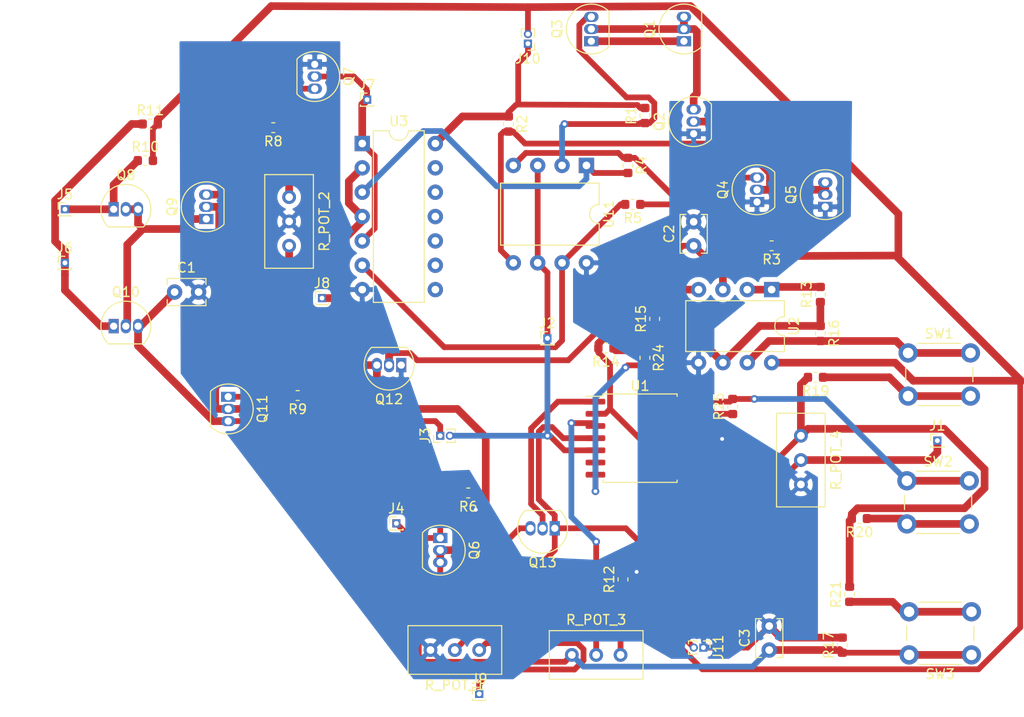
<source format=kicad_pcb>
(kicad_pcb (version 20171130) (host pcbnew "(5.1.5)-3")
  (layers (0 F.Cu signal) (31 B.Cu signal) (34 B.Paste user) (35 F.Paste user) (36 B.SilkS user) (37 F.SilkS user) (38 B.Mask user) (39 F.Mask user) (44 Edge.Cuts user))
  (net 0 "")
  (net 1 GND)
  (net 2 "Net-(C1-Pad1)")
  (net 3 "Net-(C2-Pad1)")
  (net 4 "Net-(C3-Pad1)")
  (net 5 +15V)
  (net 6 +5V)
  (net 7 -5V)
  (net 8 Vout)
  (net 9 "Net-(J2-Pad1)")
  (net 10 "Net-(J4-Pad1)")
  (net 11 "Net-(J5-Pad1)")
  (net 12 "Net-(J6-Pad1)")
  (net 13 "Net-(J7-Pad1)")
  (net 14 "Net-(J9-Pad1)")
  (net 15 "Net-(Q1-Pad2)")
  (net 16 "Net-(Q1-Pad1)")
  (net 17 "Net-(Q2-Pad2)")
  (net 18 "Net-(Q3-Pad3)")
  (net 19 "Net-(Q4-Pad3)")
  (net 20 "Net-(Q7-Pad3)")
  (net 21 "Net-(Q10-Pad2)")
  (net 22 "Net-(Q9-Pad3)")
  (net 23 "Net-(Q11-Pad1)")
  (net 24 "Net-(Q12-Pad3)")
  (net 25 "Net-(Q13-Pad2)")
  (net 26 "Net-(R4-Pad2)")
  (net 27 "Net-(R5-Pad2)")
  (net 28 "Net-(R12-Pad1)")
  (net 29 "Net-(R13-Pad1)")
  (net 30 "Net-(R13-Pad2)")
  (net 31 "Net-(R14-Pad1)")
  (net 32 "Net-(R16-Pad2)")
  (net 33 "Net-(R19-Pad1)")
  (net 34 "Net-(R19-Pad2)")
  (net 35 "Net-(R20-Pad1)")
  (net 36 "Net-(R21-Pad1)")
  (net 37 "Net-(R24-Pad2)")
  (net 38 "Net-(R25-Pad2)")
  (net 39 "Net-(R_POT_3-Pad2)")
  (module Resistor_SMD:R_0603_1608Metric (layer F.Cu) (at 236.474 112.522 90)
    (fp_text reference R12 (at 0 -1.43 90) (layer F.SilkS))
    (fp_text value 100K)
    (pad 1 smd roundrect (at -0.7875 0 90) (size 0.875 0.95) (layers F.Cu F.Paste F.Mask) (net 28 "Net-(R12-Pad1)"))
    (pad 2 smd roundrect (at 0.7875 0 90) (size 0.875 0.95) (layers F.Cu F.Paste F.Mask) (net 1 GND))
  )
  (module Package_TO_SOT_THT:TO-92_Inline (layer F.Cu) (at 183.388 73.914)
    (fp_text reference Q8 (at 1.27 -3.56) (layer F.SilkS))
    (fp_text value 2N3906)
    (pad 2 thru_hole oval (at 1.27 0) (size 1.05 1.5) (drill 0.75) (layers *.Cu *.Mask) (net 21 "Net-(Q10-Pad2)"))
    (pad 3 thru_hole oval (at 2.54 0) (size 1.05 1.5) (drill 0.75) (layers *.Cu *.Mask) (net 21 "Net-(Q10-Pad2)"))
    (pad 1 thru_hole rect (at 0 0) (size 1.05 1.5) (drill 0.75) (layers *.Cu *.Mask) (net 11 "Net-(J5-Pad1)"))
  )
  (module Package_DIP:DIP-8_W10.16mm (layer F.Cu) (at 232.664 69.342 270)
    (fp_text reference U11 (at 5.08 -2.33 90) (layer F.SilkS))
    (fp_text value LM393)
    (pad 1 thru_hole rect (at 0 0 270) (size 1.6 1.6) (drill 0.8) (layers *.Cu *.Mask) (net 26 "Net-(R4-Pad2)"))
    (pad 5 thru_hole oval (at 10.16 7.62 270) (size 1.6 1.6) (drill 0.8) (layers *.Cu *.Mask) (net 19 "Net-(Q4-Pad3)"))
    (pad 2 thru_hole oval (at 0 2.54 270) (size 1.6 1.6) (drill 0.8) (layers *.Cu *.Mask) (net 18 "Net-(Q3-Pad3)"))
    (pad 6 thru_hole oval (at 10.16 5.08 270) (size 1.6 1.6) (drill 0.8) (layers *.Cu *.Mask) (net 9 "Net-(J2-Pad1)"))
    (pad 3 thru_hole oval (at 0 5.08 270) (size 1.6 1.6) (drill 0.8) (layers *.Cu *.Mask) (net 9 "Net-(J2-Pad1)"))
    (pad 7 thru_hole oval (at 10.16 2.54 270) (size 1.6 1.6) (drill 0.8) (layers *.Cu *.Mask) (net 27 "Net-(R5-Pad2)"))
    (pad 4 thru_hole oval (at 0 7.62 270) (size 1.6 1.6) (drill 0.8) (layers *.Cu *.Mask) (net 5 +15V))
    (pad 8 thru_hole oval (at 10.16 0 270) (size 1.6 1.6) (drill 0.8) (layers *.Cu *.Mask) (net 1 GND))
  )
  (module Connector_PinHeader_1.00mm:PinHeader_1x01_P1.00mm_Vertical (layer F.Cu) (at 178.308 73.914)
    (fp_text reference J5 (at 0 -1.56) (layer F.SilkS))
    (fp_text value Conn_01x01_Male)
    (pad 1 thru_hole rect (at 0 0) (size 0.85 0.85) (drill 0.5) (layers *.Cu *.Mask) (net 11 "Net-(J5-Pad1)"))
  )
  (module Package_TO_SOT_THT:TO-92_Inline (layer F.Cu) (at 193.04 74.93 90)
    (fp_text reference Q9 (at 1.27 -3.56 90) (layer F.SilkS))
    (fp_text value 2N3906)
    (pad 1 thru_hole rect (at 0 0 90) (size 1.05 1.5) (drill 0.75) (layers *.Cu *.Mask) (net 21 "Net-(Q10-Pad2)"))
    (pad 3 thru_hole oval (at 2.54 0 90) (size 1.05 1.5) (drill 0.75) (layers *.Cu *.Mask) (net 22 "Net-(Q9-Pad3)"))
    (pad 2 thru_hole oval (at 1.27 0 90) (size 1.05 1.5) (drill 0.75) (layers *.Cu *.Mask) (net 14 "Net-(J9-Pad1)"))
  )
  (module Resistor_SMD:R_0603_1608Metric (layer F.Cu) (at 238.76 64.135 90)
    (fp_text reference R1 (at 0 -1.43 90) (layer F.SilkS))
    (fp_text value 500)
    (pad 1 smd roundrect (at -0.7875 0 90) (size 0.875 0.95) (layers F.Cu F.Paste F.Mask) (net 18 "Net-(Q3-Pad3)"))
    (pad 2 smd roundrect (at 0.7875 0 90) (size 0.875 0.95) (layers F.Cu F.Paste F.Mask) (net 6 +5V))
  )
  (module Resistor_SMD:R_0603_1608Metric (layer F.Cu) (at 202.565 93.345 180)
    (fp_text reference R9 (at 0 -1.43) (layer F.SilkS))
    (fp_text value 10k)
    (pad 2 smd roundrect (at 0.7875 0 180) (size 0.875 0.95) (layers F.Cu F.Paste F.Mask) (net 23 "Net-(Q11-Pad1)"))
    (pad 1 smd roundrect (at -0.7875 0 180) (size 0.875 0.95) (layers F.Cu F.Paste F.Mask) (net 24 "Net-(Q12-Pad3)"))
  )
  (module Resistor_SMD:R_0603_1608Metric (layer F.Cu) (at 237.49 73.406 180)
    (fp_text reference R5 (at 0 -1.43) (layer F.SilkS))
    (fp_text value 3K)
    (pad 1 smd roundrect (at -0.7875 0 180) (size 0.875 0.95) (layers F.Cu F.Paste F.Mask) (net 5 +15V))
    (pad 2 smd roundrect (at 0.7875 0 180) (size 0.875 0.95) (layers F.Cu F.Paste F.Mask) (net 27 "Net-(R5-Pad2)"))
  )
  (module Capacitor_THT:C_Disc_D3.8mm_W2.6mm_P2.50mm (layer F.Cu) (at 189.738 82.55)
    (fp_text reference C1 (at 1.25 -2.55) (layer F.SilkS))
    (fp_text value 200n)
    (pad 2 thru_hole circle (at 2.5 0) (size 1.6 1.6) (drill 0.8) (layers *.Cu *.Mask) (net 1 GND))
    (pad 1 thru_hole circle (at 0 0) (size 1.6 1.6) (drill 0.8) (layers *.Cu *.Mask) (net 2 "Net-(C1-Pad1)"))
  )
  (module Capacitor_THT:C_Disc_D3.8mm_W2.6mm_P2.50mm (layer F.Cu) (at 243.84 77.724 90)
    (fp_text reference C2 (at 1.25 -2.55 90) (layer F.SilkS))
    (fp_text value 0.1u)
    (pad 1 thru_hole circle (at 0 0 90) (size 1.6 1.6) (drill 0.8) (layers *.Cu *.Mask) (net 3 "Net-(C2-Pad1)"))
    (pad 2 thru_hole circle (at 2.5 0 90) (size 1.6 1.6) (drill 0.8) (layers *.Cu *.Mask) (net 1 GND))
  )
  (module Capacitor_THT:C_Disc_D3.8mm_W2.6mm_P2.50mm (layer F.Cu) (at 251.714 119.888 90)
    (fp_text reference C3 (at 1.25 -2.55 90) (layer F.SilkS))
    (fp_text value 0.01u)
    (pad 1 thru_hole circle (at 0 0 90) (size 1.6 1.6) (drill 0.8) (layers *.Cu *.Mask) (net 4 "Net-(C3-Pad1)"))
    (pad 2 thru_hole circle (at 2.5 0 90) (size 1.6 1.6) (drill 0.8) (layers *.Cu *.Mask) (net 1 GND))
  )
  (module Connector_PinHeader_1.00mm:PinHeader_1x01_P1.00mm_Vertical (layer F.Cu) (at 269.24 98.044)
    (fp_text reference J1 (at 0 -1.56) (layer F.SilkS))
    (fp_text value Conn_01x01_Male)
    (pad 1 thru_hole rect (at 0 0) (size 0.85 0.85) (drill 0.5) (layers *.Cu *.Mask) (net 8 Vout))
  )
  (module Connector_PinHeader_1.00mm:PinHeader_1x01_P1.00mm_Vertical (layer F.Cu) (at 228.6 87.376)
    (fp_text reference J2 (at 0 -1.56) (layer F.SilkS))
    (fp_text value Conn_01x01_Male)
    (pad 1 thru_hole rect (at 0 0) (size 0.85 0.85) (drill 0.5) (layers *.Cu *.Mask) (net 9 "Net-(J2-Pad1)"))
  )
  (module Connector_PinHeader_1.00mm:PinHeader_1x02_P1.00mm_Vertical (layer F.Cu) (at 217.424 97.536 90)
    (fp_text reference J3 (at 0 -1.56 90) (layer F.SilkS))
    (fp_text value Conn_01x02_Male)
    (pad 1 thru_hole rect (at 0 0 90) (size 0.85 0.85) (drill 0.5) (layers *.Cu *.Mask) (net 2 "Net-(C1-Pad1)"))
    (pad 2 thru_hole oval (at 0 1 90) (size 0.85 0.85) (drill 0.5) (layers *.Cu *.Mask) (net 9 "Net-(J2-Pad1)"))
  )
  (module Connector_PinHeader_1.00mm:PinHeader_1x01_P1.00mm_Vertical (layer F.Cu) (at 212.852 106.68)
    (fp_text reference J4 (at 0 -1.56) (layer F.SilkS))
    (fp_text value Conn_01x01_Male)
    (pad 1 thru_hole rect (at 0 0) (size 0.85 0.85) (drill 0.5) (layers *.Cu *.Mask) (net 10 "Net-(J4-Pad1)"))
  )
  (module Connector_PinHeader_1.00mm:PinHeader_1x01_P1.00mm_Vertical (layer F.Cu) (at 178.308 79.502)
    (fp_text reference J6 (at 0 -1.56) (layer F.SilkS))
    (fp_text value Conn_01x01_Male)
    (pad 1 thru_hole rect (at 0 0) (size 0.85 0.85) (drill 0.5) (layers *.Cu *.Mask) (net 12 "Net-(J6-Pad1)"))
  )
  (module Connector_PinHeader_1.00mm:PinHeader_1x01_P1.00mm_Vertical (layer F.Cu) (at 209.804 62.484)
    (fp_text reference J7 (at 0 -1.56) (layer F.SilkS))
    (fp_text value Conn_01x01_Male)
    (pad 1 thru_hole rect (at 0 0) (size 0.85 0.85) (drill 0.5) (layers *.Cu *.Mask) (net 13 "Net-(J7-Pad1)"))
  )
  (module Connector_PinHeader_1.00mm:PinHeader_1x01_P1.00mm_Vertical (layer F.Cu) (at 205.105 83.185)
    (fp_text reference J8 (at 0 -1.56) (layer F.SilkS))
    (fp_text value Conn_01x01_Male)
    (pad 1 thru_hole rect (at 0 0) (size 0.85 0.85) (drill 0.5) (layers *.Cu *.Mask) (net 3 "Net-(C2-Pad1)"))
  )
  (module Connector_PinHeader_1.00mm:PinHeader_1x01_P1.00mm_Vertical (layer F.Cu) (at 221.488 124.46)
    (fp_text reference J9 (at 0 -1.56) (layer F.SilkS))
    (fp_text value Conn_01x01_Male)
    (pad 1 thru_hole rect (at 0 0) (size 0.85 0.85) (drill 0.5) (layers *.Cu *.Mask) (net 14 "Net-(J9-Pad1)"))
  )
  (module Package_TO_SOT_THT:TO-92_Inline (layer F.Cu) (at 242.824 56.388 90)
    (fp_text reference Q1 (at 1.27 -3.56 90) (layer F.SilkS))
    (fp_text value 2N3906)
    (pad 2 thru_hole oval (at 1.27 0 90) (size 1.05 1.5) (drill 0.75) (layers *.Cu *.Mask) (net 15 "Net-(Q1-Pad2)"))
    (pad 3 thru_hole oval (at 2.54 0 90) (size 1.05 1.5) (drill 0.75) (layers *.Cu *.Mask) (net 15 "Net-(Q1-Pad2)"))
    (pad 1 thru_hole rect (at 0 0 90) (size 1.05 1.5) (drill 0.75) (layers *.Cu *.Mask) (net 16 "Net-(Q1-Pad1)"))
  )
  (module Package_TO_SOT_THT:TO-92_Inline (layer F.Cu) (at 243.84 66.04 90)
    (fp_text reference Q2 (at 1.27 -3.56 90) (layer F.SilkS))
    (fp_text value 2N3904)
    (pad 1 thru_hole rect (at 0 0 90) (size 1.05 1.5) (drill 0.75) (layers *.Cu *.Mask) (net 1 GND))
    (pad 3 thru_hole oval (at 2.54 0 90) (size 1.05 1.5) (drill 0.75) (layers *.Cu *.Mask) (net 15 "Net-(Q1-Pad2)"))
    (pad 2 thru_hole oval (at 1.27 0 90) (size 1.05 1.5) (drill 0.75) (layers *.Cu *.Mask) (net 17 "Net-(Q2-Pad2)"))
  )
  (module Package_TO_SOT_THT:TO-92_Inline (layer F.Cu) (at 233.172 56.388 90)
    (fp_text reference Q3 (at 1.27 -3.56 90) (layer F.SilkS))
    (fp_text value 2N3906)
    (pad 2 thru_hole oval (at 1.27 0 90) (size 1.05 1.5) (drill 0.75) (layers *.Cu *.Mask) (net 15 "Net-(Q1-Pad2)"))
    (pad 3 thru_hole oval (at 2.54 0 90) (size 1.05 1.5) (drill 0.75) (layers *.Cu *.Mask) (net 18 "Net-(Q3-Pad3)"))
    (pad 1 thru_hole rect (at 0 0 90) (size 1.05 1.5) (drill 0.75) (layers *.Cu *.Mask) (net 16 "Net-(Q1-Pad1)"))
  )
  (module Package_TO_SOT_THT:TO-92_Inline (layer F.Cu) (at 250.444 73.152 90)
    (fp_text reference Q4 (at 1.27 -3.56 90) (layer F.SilkS))
    (fp_text value 2N3904)
    (pad 1 thru_hole rect (at 0 0 90) (size 1.05 1.5) (drill 0.75) (layers *.Cu *.Mask) (net 1 GND))
    (pad 3 thru_hole oval (at 2.54 0 90) (size 1.05 1.5) (drill 0.75) (layers *.Cu *.Mask) (net 19 "Net-(Q4-Pad3)"))
    (pad 2 thru_hole oval (at 1.27 0 90) (size 1.05 1.5) (drill 0.75) (layers *.Cu *.Mask) (net 17 "Net-(Q2-Pad2)"))
  )
  (module Package_TO_SOT_THT:TO-92_Inline (layer F.Cu) (at 257.556 73.66 90)
    (fp_text reference Q5 (at 1.27 -3.56 90) (layer F.SilkS))
    (fp_text value 2N3904)
    (pad 2 thru_hole oval (at 1.27 0 90) (size 1.05 1.5) (drill 0.75) (layers *.Cu *.Mask) (net 17 "Net-(Q2-Pad2)"))
    (pad 3 thru_hole oval (at 2.54 0 90) (size 1.05 1.5) (drill 0.75) (layers *.Cu *.Mask) (net 17 "Net-(Q2-Pad2)"))
    (pad 1 thru_hole rect (at 0 0 90) (size 1.05 1.5) (drill 0.75) (layers *.Cu *.Mask) (net 1 GND))
  )
  (module Package_TO_SOT_THT:TO-92_Inline (layer F.Cu) (at 217.424 108.204 270)
    (fp_text reference Q6 (at 1.27 -3.56 90) (layer F.SilkS))
    (fp_text value 2N3904)
    (pad 1 thru_hole rect (at 0 0 270) (size 1.05 1.5) (drill 0.75) (layers *.Cu *.Mask) (net 10 "Net-(J4-Pad1)"))
    (pad 3 thru_hole oval (at 2.54 0 270) (size 1.05 1.5) (drill 0.75) (layers *.Cu *.Mask) (net 14 "Net-(J9-Pad1)"))
    (pad 2 thru_hole oval (at 1.27 0 270) (size 1.05 1.5) (drill 0.75) (layers *.Cu *.Mask) (net 14 "Net-(J9-Pad1)"))
  )
  (module Package_TO_SOT_THT:TO-92_Inline (layer F.Cu) (at 204.343 58.801 270)
    (fp_text reference Q7 (at 1.27 -3.56 90) (layer F.SilkS))
    (fp_text value 2N7000)
    (pad 2 thru_hole oval (at 1.27 0 270) (size 1.05 1.5) (drill 0.75) (layers *.Cu *.Mask) (net 13 "Net-(J7-Pad1)"))
    (pad 3 thru_hole oval (at 2.54 0 270) (size 1.05 1.5) (drill 0.75) (layers *.Cu *.Mask) (net 20 "Net-(Q7-Pad3)"))
    (pad 1 thru_hole rect (at 0 0 270) (size 1.05 1.5) (drill 0.75) (layers *.Cu *.Mask) (net 1 GND))
  )
  (module Package_TO_SOT_THT:TO-92_Inline (layer F.Cu) (at 183.388 86.106)
    (fp_text reference Q10 (at 1.27 -3.56) (layer F.SilkS))
    (fp_text value 2N3906)
    (pad 2 thru_hole oval (at 1.27 0) (size 1.05 1.5) (drill 0.75) (layers *.Cu *.Mask) (net 21 "Net-(Q10-Pad2)"))
    (pad 3 thru_hole oval (at 2.54 0) (size 1.05 1.5) (drill 0.75) (layers *.Cu *.Mask) (net 2 "Net-(C1-Pad1)"))
    (pad 1 thru_hole rect (at 0 0) (size 1.05 1.5) (drill 0.75) (layers *.Cu *.Mask) (net 12 "Net-(J6-Pad1)"))
  )
  (module Package_TO_SOT_THT:TO-92_Inline (layer F.Cu) (at 195.326 93.472 270)
    (fp_text reference Q11 (at 1.27 -3.56 90) (layer F.SilkS))
    (fp_text value 2N3904)
    (pad 2 thru_hole oval (at 1.27 0 270) (size 1.05 1.5) (drill 0.75) (layers *.Cu *.Mask) (net 14 "Net-(J9-Pad1)"))
    (pad 3 thru_hole oval (at 2.54 0 270) (size 1.05 1.5) (drill 0.75) (layers *.Cu *.Mask) (net 2 "Net-(C1-Pad1)"))
    (pad 1 thru_hole rect (at 0 0 270) (size 1.05 1.5) (drill 0.75) (layers *.Cu *.Mask) (net 23 "Net-(Q11-Pad1)"))
  )
  (module Package_TO_SOT_THT:TO-92_Inline (layer F.Cu) (at 213.36 90.17 180)
    (fp_text reference Q12 (at 1.27 -3.56) (layer F.SilkS))
    (fp_text value 2N7000)
    (pad 1 thru_hole rect (at 0 0 180) (size 1.05 1.5) (drill 0.75) (layers *.Cu *.Mask) (net 1 GND))
    (pad 3 thru_hole oval (at 2.54 0 180) (size 1.05 1.5) (drill 0.75) (layers *.Cu *.Mask) (net 24 "Net-(Q12-Pad3)"))
    (pad 2 thru_hole oval (at 1.27 0 180) (size 1.05 1.5) (drill 0.75) (layers *.Cu *.Mask) (net 3 "Net-(C2-Pad1)"))
  )
  (module Package_TO_SOT_THT:TO-92_Inline (layer F.Cu) (at 229.362 107.188 180)
    (fp_text reference Q13 (at 1.27 -3.56) (layer F.SilkS))
    (fp_text value BS250)
    (pad 1 thru_hole rect (at 0 0 180) (size 1.05 1.5) (drill 0.75) (layers *.Cu *.Mask) (net 5 +15V))
    (pad 3 thru_hole oval (at 2.54 0 180) (size 1.05 1.5) (drill 0.75) (layers *.Cu *.Mask) (net 4 "Net-(C3-Pad1)"))
    (pad 2 thru_hole oval (at 1.27 0 180) (size 1.05 1.5) (drill 0.75) (layers *.Cu *.Mask) (net 25 "Net-(Q13-Pad2)"))
  )
  (module Resistor_SMD:R_0603_1608Metric (layer F.Cu) (at 224.536 65.024 270)
    (fp_text reference R2 (at 0 -1.43 90) (layer F.SilkS))
    (fp_text value 500)
    (pad 2 smd roundrect (at 0.7875 0 270) (size 0.875 0.95) (layers F.Cu F.Paste F.Mask) (net 19 "Net-(Q4-Pad3)"))
    (pad 1 smd roundrect (at -0.7875 0 270) (size 0.875 0.95) (layers F.Cu F.Paste F.Mask) (net 6 +5V))
  )
  (module Resistor_SMD:R_0603_1608Metric (layer F.Cu) (at 251.968 77.724 180)
    (fp_text reference R3 (at 0 -1.43) (layer F.SilkS))
    (fp_text value 10K)
    (pad 2 smd roundrect (at 0.7875 0 180) (size 0.875 0.95) (layers F.Cu F.Paste F.Mask) (net 5 +15V))
    (pad 1 smd roundrect (at -0.7875 0 180) (size 0.875 0.95) (layers F.Cu F.Paste F.Mask) (net 17 "Net-(Q2-Pad2)"))
  )
  (module Resistor_SMD:R_0603_1608Metric (layer F.Cu) (at 236.982 69.342 270)
    (fp_text reference R4 (at 0 -1.43 90) (layer F.SilkS))
    (fp_text value 3K)
    (pad 2 smd roundrect (at 0.7875 0 270) (size 0.875 0.95) (layers F.Cu F.Paste F.Mask) (net 26 "Net-(R4-Pad2)"))
    (pad 1 smd roundrect (at -0.7875 0 270) (size 0.875 0.95) (layers F.Cu F.Paste F.Mask) (net 5 +15V))
  )
  (module Resistor_SMD:R_0603_1608Metric (layer F.Cu) (at 220.345 103.505 180)
    (fp_text reference R6 (at 0 -1.43) (layer F.SilkS))
    (fp_text value 10k)
    (pad 1 smd roundrect (at -0.7875 0 180) (size 0.875 0.95) (layers F.Cu F.Paste F.Mask) (net 1 GND))
    (pad 2 smd roundrect (at 0.7875 0 180) (size 0.875 0.95) (layers F.Cu F.Paste F.Mask) (net 10 "Net-(J4-Pad1)"))
  )
  (module Resistor_SMD:R_0603_1608Metric (layer F.Cu) (at 200.025 65.405 180)
    (fp_text reference R8 (at 0 -1.43) (layer F.SilkS))
    (fp_text value 10k)
    (pad 1 smd roundrect (at -0.7875 0 180) (size 0.875 0.95) (layers F.Cu F.Paste F.Mask) (net 20 "Net-(Q7-Pad3)"))
    (pad 2 smd roundrect (at 0.7875 0 180) (size 0.875 0.95) (layers F.Cu F.Paste F.Mask) (net 22 "Net-(Q9-Pad3)"))
  )
  (module Resistor_SMD:R_0603_1608Metric (layer F.Cu) (at 186.69 68.834)
    (fp_text reference R10 (at 0 -1.43) (layer F.SilkS))
    (fp_text value 100)
    (pad 2 smd roundrect (at 0.7875 0) (size 0.875 0.95) (layers F.Cu F.Paste F.Mask) (net 5 +15V))
    (pad 1 smd roundrect (at -0.7875 0) (size 0.875 0.95) (layers F.Cu F.Paste F.Mask) (net 11 "Net-(J5-Pad1)"))
  )
  (module Resistor_SMD:R_0603_1608Metric (layer F.Cu) (at 187.198 65.024)
    (fp_text reference R11 (at 0 -1.43) (layer F.SilkS))
    (fp_text value 100)
    (pad 1 smd roundrect (at -0.7875 0) (size 0.875 0.95) (layers F.Cu F.Paste F.Mask) (net 12 "Net-(J6-Pad1)"))
    (pad 2 smd roundrect (at 0.7875 0) (size 0.875 0.95) (layers F.Cu F.Paste F.Mask) (net 5 +15V))
  )
  (module Resistor_SMD:R_0603_1608Metric (layer F.Cu) (at 257.048 82.804 90)
    (fp_text reference R13 (at 0 -1.43 90) (layer F.SilkS))
    (fp_text value 20k)
    (pad 1 smd roundrect (at -0.7875 0 90) (size 0.875 0.95) (layers F.Cu F.Paste F.Mask) (net 29 "Net-(R13-Pad1)"))
    (pad 2 smd roundrect (at 0.7875 0 90) (size 0.875 0.95) (layers F.Cu F.Paste F.Mask) (net 30 "Net-(R13-Pad2)"))
  )
  (module Resistor_SMD:R_0603_1608Metric (layer F.Cu) (at 234.696 88.392 180)
    (fp_text reference R14 (at 0 -1.43) (layer F.SilkS))
    (fp_text value 10k)
    (pad 2 smd roundrect (at 0.7875 0 180) (size 0.875 0.95) (layers F.Cu F.Paste F.Mask) (net 7 -5V))
    (pad 1 smd roundrect (at -0.7875 0 180) (size 0.875 0.95) (layers F.Cu F.Paste F.Mask) (net 31 "Net-(R14-Pad1)"))
  )
  (module Resistor_SMD:R_0603_1608Metric (layer F.Cu) (at 239.776 85.344 90)
    (fp_text reference R15 (at 0 -1.43 90) (layer F.SilkS))
    (fp_text value 40k)
    (pad 2 smd roundrect (at 0.7875 0 90) (size 0.875 0.95) (layers F.Cu F.Paste F.Mask) (net 7 -5V))
    (pad 1 smd roundrect (at -0.7875 0 90) (size 0.875 0.95) (layers F.Cu F.Paste F.Mask) (net 29 "Net-(R13-Pad1)"))
  )
  (module Resistor_SMD:R_0603_1608Metric (layer F.Cu) (at 257.048 86.868 270)
    (fp_text reference R16 (at 0 -1.43 90) (layer F.SilkS))
    (fp_text value 10K)
    (pad 1 smd roundrect (at -0.7875 0 270) (size 0.875 0.95) (layers F.Cu F.Paste F.Mask) (net 29 "Net-(R13-Pad1)"))
    (pad 2 smd roundrect (at 0.7875 0 270) (size 0.875 0.95) (layers F.Cu F.Paste F.Mask) (net 32 "Net-(R16-Pad2)"))
  )
  (module Resistor_SMD:R_0603_1608Metric (layer F.Cu) (at 259.334 119.38 90)
    (fp_text reference R17 (at 0 -1.43 90) (layer F.SilkS))
    (fp_text value 10K)
    (pad 1 smd roundrect (at -0.7875 0 90) (size 0.875 0.95) (layers F.Cu F.Paste F.Mask) (net 4 "Net-(C3-Pad1)"))
    (pad 2 smd roundrect (at 0.7875 0 90) (size 0.875 0.95) (layers F.Cu F.Paste F.Mask) (net 1 GND))
  )
  (module Resistor_SMD:R_0603_1608Metric (layer F.Cu) (at 256.54 91.44 180)
    (fp_text reference R19 (at 0 -1.43) (layer F.SilkS))
    (fp_text value 10k)
    (pad 1 smd roundrect (at -0.7875 0 180) (size 0.875 0.95) (layers F.Cu F.Paste F.Mask) (net 33 "Net-(R19-Pad1)"))
    (pad 2 smd roundrect (at 0.7875 0 180) (size 0.875 0.95) (layers F.Cu F.Paste F.Mask) (net 34 "Net-(R19-Pad2)"))
  )
  (module Resistor_SMD:R_0603_1608Metric (layer F.Cu) (at 261.112 106.172 180)
    (fp_text reference R20 (at 0 -1.43) (layer F.SilkS))
    (fp_text value 10k)
    (pad 2 smd roundrect (at 0.7875 0 180) (size 0.875 0.95) (layers F.Cu F.Paste F.Mask) (net 34 "Net-(R19-Pad2)"))
    (pad 1 smd roundrect (at -0.7875 0 180) (size 0.875 0.95) (layers F.Cu F.Paste F.Mask) (net 35 "Net-(R20-Pad1)"))
  )
  (module Resistor_SMD:R_0603_1608Metric (layer F.Cu) (at 260.096 114.0715 90)
    (fp_text reference R21 (at 0 -1.43 90) (layer F.SilkS))
    (fp_text value 10K)
    (pad 1 smd roundrect (at -0.7875 0 90) (size 0.875 0.95) (layers F.Cu F.Paste F.Mask) (net 36 "Net-(R21-Pad1)"))
    (pad 2 smd roundrect (at 0.7875 0 90) (size 0.875 0.95) (layers F.Cu F.Paste F.Mask) (net 34 "Net-(R19-Pad2)"))
  )
  (module Resistor_SMD:R_0603_1608Metric (layer F.Cu) (at 238.76 89.408 270)
    (fp_text reference R24 (at 0 -1.43 90) (layer F.SilkS))
    (fp_text value 10k)
    (pad 2 smd roundrect (at 0.7875 0 270) (size 0.875 0.95) (layers F.Cu F.Paste F.Mask) (net 37 "Net-(R24-Pad2)"))
    (pad 1 smd roundrect (at -0.7875 0 270) (size 0.875 0.95) (layers F.Cu F.Paste F.Mask) (net 31 "Net-(R14-Pad1)"))
  )
  (module Resistor_SMD:R_0603_1608Metric (layer F.Cu) (at 247.904 94.488 90)
    (fp_text reference R25 (at 0 -1.43 90) (layer F.SilkS))
    (fp_text value 10k)
    (pad 2 smd roundrect (at 0.7875 0 90) (size 0.875 0.95) (layers F.Cu F.Paste F.Mask) (net 38 "Net-(R25-Pad2)"))
    (pad 1 smd roundrect (at -0.7875 0 90) (size 0.875 0.95) (layers F.Cu F.Paste F.Mask) (net 31 "Net-(R14-Pad1)"))
  )
  (module Potentiometer_THT:Potentiometer_Bourns_3296W_Vertical (layer F.Cu) (at 216.408 119.888 180)
    (fp_text reference R_POT_1 (at -2.54 -3.66) (layer F.SilkS))
    (fp_text value 500K)
    (pad 3 thru_hole circle (at -5.08 0 180) (size 1.44 1.44) (drill 0.8) (layers *.Cu *.Mask) (net 14 "Net-(J9-Pad1)"))
    (pad 2 thru_hole circle (at -2.54 0 180) (size 1.44 1.44) (drill 0.8) (layers *.Cu *.Mask) (net 5 +15V))
    (pad 1 thru_hole circle (at 0 0 180) (size 1.44 1.44) (drill 0.8) (layers *.Cu *.Mask) (net 1 GND))
  )
  (module Potentiometer_THT:Potentiometer_Bourns_3296W_Vertical (layer F.Cu) (at 201.676 77.724 270)
    (fp_text reference R_POT_2 (at -2.54 -3.66 90) (layer F.SilkS))
    (fp_text value 50K)
    (pad 1 thru_hole circle (at 0 0 270) (size 1.44 1.44) (drill 0.8) (layers *.Cu *.Mask) (net 24 "Net-(Q12-Pad3)"))
    (pad 2 thru_hole circle (at -2.54 0 270) (size 1.44 1.44) (drill 0.8) (layers *.Cu *.Mask) (net 1 GND))
    (pad 3 thru_hole circle (at -5.08 0 270) (size 1.44 1.44) (drill 0.8) (layers *.Cu *.Mask) (net 20 "Net-(Q7-Pad3)"))
  )
  (module Potentiometer_THT:Potentiometer_Bourns_3296W_Vertical (layer F.Cu) (at 236.22 120.396)
    (fp_text reference R_POT_3 (at -2.54 -3.66) (layer F.SilkS))
    (fp_text value 200K)
    (pad 3 thru_hole circle (at -5.08 0) (size 1.44 1.44) (drill 0.8) (layers *.Cu *.Mask) (net 4 "Net-(C3-Pad1)"))
    (pad 2 thru_hole circle (at -2.54 0) (size 1.44 1.44) (drill 0.8) (layers *.Cu *.Mask) (net 39 "Net-(R_POT_3-Pad2)"))
    (pad 1 thru_hole circle (at 0 0) (size 1.44 1.44) (drill 0.8) (layers *.Cu *.Mask) (net 28 "Net-(R12-Pad1)"))
  )
  (module Potentiometer_THT:Potentiometer_Bourns_3296W_Vertical (layer F.Cu) (at 255.016 102.616 270)
    (fp_text reference R_POT_4 (at -2.54 -3.66 90) (layer F.SilkS))
    (fp_text value 20K)
    (pad 1 thru_hole circle (at 0 0 270) (size 1.44 1.44) (drill 0.8) (layers *.Cu *.Mask) (net 1 GND))
    (pad 2 thru_hole circle (at -2.54 0 270) (size 1.44 1.44) (drill 0.8) (layers *.Cu *.Mask) (net 8 Vout))
    (pad 3 thru_hole circle (at -5.08 0 270) (size 1.44 1.44) (drill 0.8) (layers *.Cu *.Mask) (net 34 "Net-(R19-Pad2)"))
  )
  (module Button_Switch_THT:SW_PUSH_6mm (layer F.Cu) (at 266.192 88.9)
    (fp_text reference SW1 (at 3.25 -2) (layer F.SilkS))
    (fp_text value SW_DIP_x01)
    (pad 2 thru_hole circle (at 0 4.5 90) (size 2 2) (drill 1.1) (layers *.Cu *.Mask) (net 33 "Net-(R19-Pad1)"))
    (pad 1 thru_hole circle (at 0 0 90) (size 2 2) (drill 1.1) (layers *.Cu *.Mask) (net 32 "Net-(R16-Pad2)"))
    (pad 2 thru_hole circle (at 6.5 4.5 90) (size 2 2) (drill 1.1) (layers *.Cu *.Mask) (net 33 "Net-(R19-Pad1)"))
    (pad 1 thru_hole circle (at 6.5 0 90) (size 2 2) (drill 1.1) (layers *.Cu *.Mask) (net 32 "Net-(R16-Pad2)"))
  )
  (module Button_Switch_THT:SW_PUSH_6mm (layer F.Cu) (at 266.065 102.235)
    (fp_text reference SW2 (at 3.25 -2) (layer F.SilkS))
    (fp_text value SW_DIP_x01)
    (pad 1 thru_hole circle (at 6.5 0 90) (size 2 2) (drill 1.1) (layers *.Cu *.Mask) (net 38 "Net-(R25-Pad2)"))
    (pad 2 thru_hole circle (at 6.5 4.5 90) (size 2 2) (drill 1.1) (layers *.Cu *.Mask) (net 35 "Net-(R20-Pad1)"))
    (pad 1 thru_hole circle (at 0 0 90) (size 2 2) (drill 1.1) (layers *.Cu *.Mask) (net 38 "Net-(R25-Pad2)"))
    (pad 2 thru_hole circle (at 0 4.5 90) (size 2 2) (drill 1.1) (layers *.Cu *.Mask) (net 35 "Net-(R20-Pad1)"))
  )
  (module Button_Switch_THT:SW_PUSH_6mm (layer F.Cu) (at 272.796 120.396 180)
    (fp_text reference SW3 (at 3.25 -2) (layer F.SilkS))
    (fp_text value SW_DIP_x01)
    (pad 2 thru_hole circle (at 0 4.5 270) (size 2 2) (drill 1.1) (layers *.Cu *.Mask) (net 36 "Net-(R21-Pad1)"))
    (pad 1 thru_hole circle (at 0 0 270) (size 2 2) (drill 1.1) (layers *.Cu *.Mask) (net 4 "Net-(C3-Pad1)"))
    (pad 2 thru_hole circle (at 6.5 4.5 270) (size 2 2) (drill 1.1) (layers *.Cu *.Mask) (net 36 "Net-(R21-Pad1)"))
    (pad 1 thru_hole circle (at 6.5 0 270) (size 2 2) (drill 1.1) (layers *.Cu *.Mask) (net 4 "Net-(C3-Pad1)"))
  )
  (module Package_DIP:DIP-14_W7.62mm (layer F.Cu) (at 209.296 67.056)
    (fp_text reference U3 (at 3.81 -2.33) (layer F.SilkS))
    (fp_text value 74HC02)
    (pad 1 thru_hole rect (at 0 0) (size 1.6 1.6) (drill 0.8) (layers *.Cu *.Mask) (net 13 "Net-(J7-Pad1)"))
    (pad 8 thru_hole oval (at 7.62 15.24) (size 1.6 1.6) (drill 0.8) (layers *.Cu *.Mask))
    (pad 2 thru_hole oval (at 0 2.54) (size 1.6 1.6) (drill 0.8) (layers *.Cu *.Mask) (net 3 "Net-(C2-Pad1)"))
    (pad 9 thru_hole oval (at 7.62 12.7) (size 1.6 1.6) (drill 0.8) (layers *.Cu *.Mask))
    (pad 3 thru_hole oval (at 0 5.08) (size 1.6 1.6) (drill 0.8) (layers *.Cu *.Mask) (net 26 "Net-(R4-Pad2)"))
    (pad 10 thru_hole oval (at 7.62 10.16) (size 1.6 1.6) (drill 0.8) (layers *.Cu *.Mask))
    (pad 4 thru_hole oval (at 0 7.62) (size 1.6 1.6) (drill 0.8) (layers *.Cu *.Mask) (net 3 "Net-(C2-Pad1)"))
    (pad 11 thru_hole oval (at 7.62 7.62) (size 1.6 1.6) (drill 0.8) (layers *.Cu *.Mask))
    (pad 5 thru_hole oval (at 0 10.16) (size 1.6 1.6) (drill 0.8) (layers *.Cu *.Mask) (net 13 "Net-(J7-Pad1)"))
    (pad 12 thru_hole oval (at 7.62 5.08) (size 1.6 1.6) (drill 0.8) (layers *.Cu *.Mask))
    (pad 6 thru_hole oval (at 0 12.7) (size 1.6 1.6) (drill 0.8) (layers *.Cu *.Mask) (net 27 "Net-(R5-Pad2)"))
    (pad 13 thru_hole oval (at 7.62 2.54) (size 1.6 1.6) (drill 0.8) (layers *.Cu *.Mask))
    (pad 7 thru_hole oval (at 0 15.24) (size 1.6 1.6) (drill 0.8) (layers *.Cu *.Mask) (net 1 GND))
    (pad 14 thru_hole oval (at 7.62 0) (size 1.6 1.6) (drill 0.8) (layers *.Cu *.Mask) (net 6 +5V))
  )
  (module Package_DIP:DIP-8_W7.62mm (layer F.Cu) (at 251.968 82.296 270)
    (fp_text reference U2 (at 3.81 -2.33 90) (layer F.SilkS))
    (fp_text value TL082)
    (pad 1 thru_hole rect (at 0 0 270) (size 1.6 1.6) (drill 0.8) (layers *.Cu *.Mask) (net 30 "Net-(R13-Pad2)"))
    (pad 5 thru_hole oval (at 7.62 7.62 270) (size 1.6 1.6) (drill 0.8) (layers *.Cu *.Mask) (net 1 GND))
    (pad 2 thru_hole oval (at 0 2.54 270) (size 1.6 1.6) (drill 0.8) (layers *.Cu *.Mask) (net 30 "Net-(R13-Pad2)"))
    (pad 6 thru_hole oval (at 7.62 5.08 270) (size 1.6 1.6) (drill 0.8) (layers *.Cu *.Mask) (net 29 "Net-(R13-Pad1)"))
    (pad 3 thru_hole oval (at 0 5.08 270) (size 1.6 1.6) (drill 0.8) (layers *.Cu *.Mask) (net 3 "Net-(C2-Pad1)"))
    (pad 7 thru_hole oval (at 7.62 2.54 270) (size 1.6 1.6) (drill 0.8) (layers *.Cu *.Mask) (net 32 "Net-(R16-Pad2)"))
    (pad 4 thru_hole oval (at 0 7.62 270) (size 1.6 1.6) (drill 0.8) (layers *.Cu *.Mask) (net 7 -5V))
    (pad 8 thru_hole oval (at 7.62 0 270) (size 1.6 1.6) (drill 0.8) (layers *.Cu *.Mask) (net 5 +15V))
  )
  (module Connector_PinHeader_1.00mm:PinHeader_1x02_P1.00mm_Vertical (layer F.Cu) (at 226.568 56.642 180)
    (fp_text reference J10 (at 0 -1.56) (layer F.SilkS))
    (fp_text value Conn_01x02_Male)
    (pad 1 thru_hole rect (at 0 0 180) (size 0.85 0.85) (drill 0.5) (layers *.Cu *.Mask) (net 6 +5V))
    (pad 2 thru_hole oval (at 0 1 180) (size 0.85 0.85) (drill 0.5) (layers *.Cu *.Mask) (net 5 +15V))
  )
  (module Connector_PinHeader_1.00mm:PinHeader_1x02_P1.00mm_Vertical (layer F.Cu) (at 244.856 119.634 270)
    (fp_text reference J11 (at 0 -1.56 90) (layer F.SilkS))
    (fp_text value Conn_01x02_Male)
    (pad 2 thru_hole oval (at 0 1 270) (size 0.85 0.85) (drill 0.5) (layers *.Cu *.Mask) (net 7 -5V))
    (pad 1 thru_hole rect (at 0 0 270) (size 0.85 0.85) (drill 0.5) (layers *.Cu *.Mask) (net 1 GND))
  )
  (module Package_SO:SOIC-14W_7.5x9mm_P1.27mm (layer F.Cu) (at 238.252 97.79)
    (fp_text reference U1 (at 0 -5.45) (layer F.SilkS))
    (fp_text value TL084)
    (pad 1 smd roundrect (at -4.65 -3.81) (size 2.05 0.6) (layers F.Cu F.Paste F.Mask) (net 25 "Net-(Q13-Pad2)"))
    (pad 2 smd roundrect (at -4.65 -2.54) (size 2.05 0.6) (layers F.Cu F.Paste F.Mask) (net 7 -5V))
    (pad 3 smd roundrect (at -4.65 -1.27) (size 2.05 0.6) (layers F.Cu F.Paste F.Mask) (net 39 "Net-(R_POT_3-Pad2)"))
    (pad 4 smd roundrect (at -4.65 0) (size 2.05 0.6) (layers F.Cu F.Paste F.Mask) (net 5 +15V))
    (pad 5 smd roundrect (at -4.65 1.27) (size 2.05 0.6) (layers F.Cu F.Paste F.Mask) (net 9 "Net-(J2-Pad1)"))
    (pad 6 smd roundrect (at -4.65 2.54) (size 2.05 0.6) (layers F.Cu F.Paste F.Mask) (net 37 "Net-(R24-Pad2)"))
    (pad 7 smd roundrect (at -4.65 3.81) (size 2.05 0.6) (layers F.Cu F.Paste F.Mask) (net 37 "Net-(R24-Pad2)"))
    (pad 8 smd roundrect (at 4.65 3.81) (size 2.05 0.6) (layers F.Cu F.Paste F.Mask) (net 8 Vout))
    (pad 9 smd roundrect (at 4.65 2.54) (size 2.05 0.6) (layers F.Cu F.Paste F.Mask) (net 34 "Net-(R19-Pad2)"))
    (pad 10 smd roundrect (at 4.65 1.27) (size 2.05 0.6) (layers F.Cu F.Paste F.Mask) (net 1 GND))
    (pad 11 smd roundrect (at 4.65 0) (size 2.05 0.6) (layers F.Cu F.Paste F.Mask) (net 7 -5V))
    (pad 12 smd roundrect (at 4.65 -1.27) (size 2.05 0.6) (layers F.Cu F.Paste F.Mask) (net 1 GND))
    (pad 13 smd roundrect (at 4.65 -2.54) (size 2.05 0.6) (layers F.Cu F.Paste F.Mask) (net 31 "Net-(R14-Pad1)"))
    (pad 14 smd roundrect (at 4.65 -3.81) (size 2.05 0.6) (layers F.Cu F.Paste F.Mask) (net 38 "Net-(R25-Pad2)"))
  )
  (segment (start 252.9185 118.5925) (end 251.714 117.388) (width 0.8) (layer F.Cu) (net 1))
  (segment (start 259.334 118.5925) (end 252.9185 118.5925) (width 0.8) (layer F.Cu) (net 1))
  (segment (start 221.1325 103.505) (end 221.1325 105.2575) (width 0.6) (layer F.Cu) (net 1))
  (segment (start 221.1325 105.2575) (end 221.1325 105.2575) (width 0.6) (layer F.Cu) (net 1))
  (via (at 221.1325 105.2575) (size 0.8) (drill 0.4) (layers F.Cu B.Cu) (net 1))
  (segment (start 237.8965 111.7345) (end 237.8965 111.7345) (width 0.6) (layer F.Cu) (net 1))
  (via (at 237.8965 111.7345) (size 0.8) (drill 0.4) (layers F.Cu B.Cu) (net 1))
  (segment (start 236.474 111.7345) (end 237.8965 111.7345) (width 0.6) (layer F.Cu) (net 1))
  (segment (start 243.927 96.52) (end 242.902 96.52) (width 0.6) (layer F.Cu) (net 1))
  (segment (start 244.42701 97.02001) (end 243.927 96.52) (width 0.6) (layer F.Cu) (net 1))
  (segment (start 243.927 99.06) (end 244.42701 98.55999) (width 0.6) (layer F.Cu) (net 1))
  (segment (start 242.902 99.06) (end 243.927 99.06) (width 0.6) (layer F.Cu) (net 1))
  (segment (start 244.42701 97.86901) (end 246.80899 97.86901) (width 0.6) (layer F.Cu) (net 1))
  (segment (start 244.42701 97.86901) (end 244.42701 97.02001) (width 0.6) (layer F.Cu) (net 1))
  (segment (start 244.42701 98.55999) (end 244.42701 97.86901) (width 0.6) (layer F.Cu) (net 1))
  (segment (start 246.80899 97.86901) (end 246.80899 97.86901) (width 0.6) (layer F.Cu) (net 1))
  (via (at 246.80899 97.86901) (size 0.8) (drill 0.4) (layers F.Cu B.Cu) (net 1))
  (segment (start 249.468 119.634) (end 251.714 117.388) (width 0.6) (layer F.Cu) (net 1))
  (segment (start 244.856 119.634) (end 249.468 119.634) (width 0.6) (layer F.Cu) (net 1))
  (segment (start 217.424 96.511) (end 217.424 97.536) (width 0.6) (layer F.Cu) (net 2))
  (segment (start 216.925 96.012) (end 217.424 96.511) (width 0.6) (layer F.Cu) (net 2))
  (segment (start 195.326 96.012) (end 216.925 96.012) (width 0.6) (layer F.Cu) (net 2))
  (segment (start 186.182 86.106) (end 189.738 82.55) (width 0.8) (layer F.Cu) (net 2))
  (segment (start 185.928 86.106) (end 186.182 86.106) (width 0.8) (layer F.Cu) (net 2))
  (segment (start 185.928 88.164) (end 185.928 87.656) (width 0.8) (layer F.Cu) (net 2))
  (segment (start 185.928 87.656) (end 185.928 86.106) (width 0.8) (layer F.Cu) (net 2))
  (segment (start 193.776 96.012) (end 185.928 88.164) (width 0.8) (layer F.Cu) (net 2))
  (segment (start 195.326 96.012) (end 193.776 96.012) (width 0.8) (layer F.Cu) (net 2))
  (segment (start 246.888 80.772) (end 243.84 77.724) (width 0.8) (layer F.Cu) (net 3))
  (segment (start 246.888 82.296) (end 246.888 80.772) (width 0.8) (layer F.Cu) (net 3))
  (segment (start 208.496001 73.876001) (end 209.296 74.676) (width 0.8) (layer F.Cu) (net 3))
  (segment (start 207.895999 70.996001) (end 207.895999 73.275999) (width 0.8) (layer F.Cu) (net 3))
  (segment (start 207.895999 73.275999) (end 208.496001 73.876001) (width 0.8) (layer F.Cu) (net 3))
  (segment (start 209.296 69.596) (end 207.895999 70.996001) (width 0.8) (layer F.Cu) (net 3))
  (segment (start 206.33 83.185) (end 205.105 83.185) (width 0.8) (layer F.Cu) (net 3))
  (segment (start 206.655 83.185) (end 206.33 83.185) (width 0.8) (layer F.Cu) (net 3))
  (segment (start 212.09 88.62) (end 206.655 83.185) (width 0.8) (layer F.Cu) (net 3))
  (segment (start 209.296 75.143998) (end 206.655 77.784998) (width 0.8) (layer F.Cu) (net 3))
  (segment (start 206.655 77.784998) (end 206.655 83.185) (width 0.8) (layer F.Cu) (net 3))
  (segment (start 209.296 74.676) (end 209.296 75.143998) (width 0.8) (layer F.Cu) (net 3))
  (segment (start 212.09 88.646) (end 212.09 88.62) (width 0.8) (layer F.Cu) (net 3))
  (segment (start 212.09 90.17) (end 212.09 88.646) (width 0.8) (layer F.Cu) (net 3))
  (segment (start 212.09 89.264998) (end 212.09 90.17) (width 0.6) (layer F.Cu) (net 3))
  (segment (start 212.434999 88.919999) (end 212.09 89.264998) (width 0.6) (layer F.Cu) (net 3))
  (segment (start 214.285001 88.919999) (end 212.434999 88.919999) (width 0.6) (layer F.Cu) (net 3))
  (segment (start 230.77063 89.662) (end 215.027002 89.662) (width 0.6) (layer F.Cu) (net 3))
  (segment (start 215.027002 89.662) (end 214.285001 88.919999) (width 0.6) (layer F.Cu) (net 3))
  (segment (start 242.70863 77.724) (end 230.77063 89.662) (width 0.6) (layer F.Cu) (net 3))
  (segment (start 243.84 77.724) (end 242.70863 77.724) (width 0.6) (layer F.Cu) (net 3))
  (segment (start 259.0545 119.888) (end 259.334 120.1675) (width 0.8) (layer F.Cu) (net 4))
  (segment (start 251.714 119.888) (end 259.0545 119.888) (width 0.8) (layer F.Cu) (net 4))
  (segment (start 266.296 120.396) (end 272.796 120.396) (width 0.8) (layer F.Cu) (net 4))
  (segment (start 230.420001 121.115999) (end 231.14 120.396) (width 0.6) (layer F.Cu) (net 4))
  (segment (start 215.830397 121.115999) (end 230.420001 121.115999) (width 0.6) (layer F.Cu) (net 4))
  (segment (start 215.187999 120.473601) (end 215.830397 121.115999) (width 0.6) (layer F.Cu) (net 4))
  (segment (start 215.187999 117.697001) (end 215.187999 120.473601) (width 0.6) (layer F.Cu) (net 4))
  (segment (start 225.697 107.188) (end 215.187999 117.697001) (width 0.6) (layer F.Cu) (net 4))
  (segment (start 226.822 107.188) (end 225.697 107.188) (width 0.6) (layer F.Cu) (net 4))
  (segment (start 232.360001 121.616001) (end 231.859999 121.115999) (width 0.6) (layer B.Cu) (net 4))
  (segment (start 231.859999 121.115999) (end 231.14 120.396) (width 0.6) (layer B.Cu) (net 4))
  (segment (start 249.985999 121.616001) (end 232.360001 121.616001) (width 0.6) (layer B.Cu) (net 4))
  (segment (start 251.714 119.888) (end 249.985999 121.616001) (width 0.6) (layer B.Cu) (net 4))
  (segment (start 266.0675 120.1675) (end 266.296 120.396) (width 0.6) (layer F.Cu) (net 4))
  (segment (start 259.334 120.1675) (end 266.0675 120.1675) (width 0.6) (layer F.Cu) (net 4))
  (segment (start 251.968 89.916) (end 264.839998 89.916) (width 0.8) (layer F.Cu) (net 5))
  (segment (start 264.839998 89.916) (end 266.723997 91.799999) (width 0.8) (layer F.Cu) (net 5))
  (segment (start 277.727999 91.799999) (end 277.876 91.948) (width 0.8) (layer F.Cu) (net 5))
  (segment (start 266.723997 91.799999) (end 277.727999 91.799999) (width 0.8) (layer F.Cu) (net 5))
  (segment (start 251.1805 78.199) (end 251.1805 77.724) (width 0.8) (layer F.Cu) (net 5))
  (segment (start 251.78051 78.79901) (end 251.1805 78.199) (width 0.8) (layer F.Cu) (net 5))
  (segment (start 277.876 91.715998) (end 264.959012 78.79901) (width 0.8) (layer F.Cu) (net 5))
  (segment (start 277.876 91.948) (end 277.876 91.715998) (width 0.8) (layer F.Cu) (net 5))
  (segment (start 251.1805 77.249) (end 247.0835 73.152) (width 0.6) (layer F.Cu) (net 5))
  (segment (start 251.1805 77.724) (end 251.1805 77.249) (width 0.6) (layer F.Cu) (net 5))
  (segment (start 247.0835 73.152) (end 242.316 73.152) (width 0.6) (layer F.Cu) (net 5))
  (segment (start 237.7185 68.5545) (end 236.982 68.5545) (width 0.6) (layer F.Cu) (net 5))
  (segment (start 242.316 73.152) (end 237.7185 68.5545) (width 0.6) (layer F.Cu) (net 5))
  (segment (start 226.344001 68.041999) (end 225.843999 68.542001) (width 0.6) (layer F.Cu) (net 5))
  (segment (start 236.507 68.5545) (end 235.994499 68.041999) (width 0.6) (layer F.Cu) (net 5))
  (segment (start 225.843999 68.542001) (end 225.044 69.342) (width 0.6) (layer F.Cu) (net 5))
  (segment (start 235.994499 68.041999) (end 226.344001 68.041999) (width 0.6) (layer F.Cu) (net 5))
  (segment (start 236.982 68.5545) (end 236.507 68.5545) (width 0.6) (layer F.Cu) (net 5))
  (segment (start 242.062 73.406) (end 242.316 73.152) (width 0.6) (layer F.Cu) (net 5))
  (segment (start 238.2775 73.406) (end 242.062 73.406) (width 0.6) (layer F.Cu) (net 5))
  (segment (start 187.4775 65.532) (end 187.9855 65.024) (width 0.6) (layer F.Cu) (net 5))
  (segment (start 187.4775 68.834) (end 187.4775 65.532) (width 0.6) (layer F.Cu) (net 5))
  (segment (start 243.514994 52.72299) (end 265.176 74.383996) (width 0.8) (layer F.Cu) (net 5))
  (segment (start 187.9855 65.024) (end 187.9855 64.549) (width 0.8) (layer F.Cu) (net 5))
  (segment (start 265.176 74.383996) (end 265.176 78.74) (width 0.8) (layer F.Cu) (net 5))
  (segment (start 187.9855 64.549) (end 199.81151 52.72299) (width 0.8) (layer F.Cu) (net 5))
  (segment (start 264.959012 78.79901) (end 265.176 78.74) (width 0.8) (layer F.Cu) (net 5))
  (segment (start 265.176 78.74) (end 251.78051 78.79901) (width 0.8) (layer F.Cu) (net 5))
  (segment (start 226.568 55.642) (end 226.568 52.832) (width 0.6) (layer F.Cu) (net 5))
  (segment (start 199.81151 52.72299) (end 226.568 52.832) (width 0.8) (layer F.Cu) (net 5))
  (segment (start 226.568 52.832) (end 243.514994 52.72299) (width 0.8) (layer F.Cu) (net 5))
  (segment (start 229.362 105.838) (end 229.362 107.188) (width 0.6) (layer F.Cu) (net 5))
  (segment (start 227.699999 97.103999) (end 227.699999 104.175999) (width 0.6) (layer F.Cu) (net 5))
  (segment (start 227.699999 104.175999) (end 229.362 105.838) (width 0.6) (layer F.Cu) (net 5))
  (segment (start 228.167999 96.635999) (end 227.699999 97.103999) (width 0.6) (layer F.Cu) (net 5))
  (segment (start 229.085383 96.635999) (end 228.167999 96.635999) (width 0.6) (layer F.Cu) (net 5))
  (segment (start 230.239384 97.79) (end 229.085383 96.635999) (width 0.6) (layer F.Cu) (net 5))
  (segment (start 233.602 97.79) (end 230.239384 97.79) (width 0.6) (layer F.Cu) (net 5))
  (segment (start 229.362 109.474) (end 218.948 119.888) (width 0.6) (layer F.Cu) (net 5))
  (segment (start 229.362 107.188) (end 229.362 109.474) (width 0.6) (layer F.Cu) (net 5))
  (segment (start 277.876 117.536002) (end 277.876 91.948) (width 0.6) (layer F.Cu) (net 5))
  (segment (start 244.748999 121.896001) (end 273.516001 121.896001) (width 0.6) (layer F.Cu) (net 5))
  (segment (start 240.57698 110.998) (end 240.57698 117.723982) (width 0.6) (layer F.Cu) (net 5))
  (segment (start 236.76698 107.188) (end 240.57698 110.998) (width 0.6) (layer F.Cu) (net 5))
  (segment (start 273.516001 121.896001) (end 277.876 117.536002) (width 0.6) (layer F.Cu) (net 5))
  (segment (start 240.57698 117.723982) (end 244.748999 121.896001) (width 0.6) (layer F.Cu) (net 5))
  (segment (start 229.362 107.188) (end 236.76698 107.188) (width 0.6) (layer F.Cu) (net 5))
  (segment (start 219.7355 64.2365) (end 216.916 67.056) (width 0.8) (layer F.Cu) (net 6))
  (segment (start 224.536 64.2365) (end 219.7355 64.2365) (width 0.8) (layer F.Cu) (net 6))
  (segment (start 225.28602 63.04898) (end 224.536 63.799) (width 0.6) (layer F.Cu) (net 6))
  (segment (start 224.536 63.799) (end 224.536 64.2365) (width 0.6) (layer F.Cu) (net 6))
  (segment (start 238.285 63.3475) (end 237.98648 63.04898) (width 0.6) (layer F.Cu) (net 6))
  (segment (start 238.76 63.3475) (end 238.285 63.3475) (width 0.6) (layer F.Cu) (net 6))
  (segment (start 225.552 58.683) (end 225.552 62.992) (width 0.6) (layer F.Cu) (net 6))
  (segment (start 226.568 57.667) (end 225.552 58.683) (width 0.6) (layer F.Cu) (net 6))
  (segment (start 226.568 56.642) (end 226.568 57.667) (width 0.6) (layer F.Cu) (net 6))
  (segment (start 237.98648 63.04898) (end 225.552 62.992) (width 0.6) (layer F.Cu) (net 6))
  (segment (start 225.552 62.992) (end 225.28602 63.04898) (width 0.6) (layer F.Cu) (net 6))
  (segment (start 242.0365 82.296) (end 239.776 84.5565) (width 0.8) (layer F.Cu) (net 7))
  (segment (start 244.348 82.296) (end 242.0365 82.296) (width 0.8) (layer F.Cu) (net 7))
  (segment (start 233.9085 87.917) (end 233.9085 88.392) (width 0.8) (layer F.Cu) (net 7))
  (segment (start 237.269 84.5565) (end 233.9085 87.917) (width 0.8) (layer F.Cu) (net 7))
  (segment (start 239.776 84.5565) (end 237.269 84.5565) (width 0.8) (layer F.Cu) (net 7))
  (segment (start 235.12701 94.74999) (end 234.627 95.25) (width 0.6) (layer F.Cu) (net 7))
  (segment (start 235.12701 90.08551) (end 235.12701 94.74999) (width 0.6) (layer F.Cu) (net 7))
  (segment (start 233.9085 88.867) (end 235.12701 90.08551) (width 0.6) (layer F.Cu) (net 7))
  (segment (start 234.627 95.25) (end 233.602 95.25) (width 0.6) (layer F.Cu) (net 7))
  (segment (start 233.9085 88.392) (end 233.9085 88.867) (width 0.6) (layer F.Cu) (net 7))
  (segment (start 243.431001 119.209001) (end 243.856 119.634) (width 0.6) (layer F.Cu) (net 7))
  (segment (start 241.37699 97.96701) (end 241.37699 117.15499) (width 0.6) (layer F.Cu) (net 7))
  (segment (start 241.554 97.79) (end 241.37699 97.96701) (width 0.6) (layer F.Cu) (net 7))
  (segment (start 241.37699 117.15499) (end 243.431001 119.209001) (width 0.6) (layer F.Cu) (net 7))
  (segment (start 242.902 97.79) (end 241.554 97.79) (width 0.6) (layer F.Cu) (net 7))
  (segment (start 238.16702 97.79) (end 235.12701 94.74999) (width 0.6) (layer F.Cu) (net 7))
  (segment (start 241.554 97.79) (end 238.16702 97.79) (width 0.6) (layer F.Cu) (net 7))
  (segment (start 269.24 99.269) (end 269.24 98.044) (width 0.8) (layer F.Cu) (net 8))
  (segment (start 268.433 100.076) (end 269.24 99.269) (width 0.8) (layer F.Cu) (net 8))
  (segment (start 255.016 100.076) (end 268.433 100.076) (width 0.8) (layer F.Cu) (net 8))
  (segment (start 253.492 101.6) (end 255.016 100.076) (width 0.6) (layer F.Cu) (net 8))
  (segment (start 242.902 101.6) (end 253.492 101.6) (width 0.6) (layer F.Cu) (net 8))
  (segment (start 227.584 70.47337) (end 227.584 79.502) (width 0.6) (layer F.Cu) (net 9))
  (segment (start 227.584 69.342) (end 227.584 70.47337) (width 0.6) (layer F.Cu) (net 9))
  (segment (start 228.854 97.536) (end 228.6 97.536) (width 0.6) (layer B.Cu) (net 9))
  (segment (start 228.6 97.282) (end 228.854 97.536) (width 0.6) (layer B.Cu) (net 9))
  (segment (start 228.6 87.376) (end 228.6 97.282) (width 0.6) (layer B.Cu) (net 9))
  (segment (start 228.6 80.518) (end 227.584 79.502) (width 0.6) (layer F.Cu) (net 9))
  (segment (start 228.6 87.376) (end 228.6 80.518) (width 0.6) (layer F.Cu) (net 9))
  (segment (start 233.602 99.06) (end 230.378 99.06) (width 0.6) (layer F.Cu) (net 9))
  (segment (start 230.378 99.06) (end 228.854 97.536) (width 0.6) (layer F.Cu) (net 9))
  (segment (start 228.6 97.536) (end 218.424 97.536) (width 0.6) (layer B.Cu) (net 9))
  (via (at 228.6 97.536) (size 0.8) (drill 0.4) (layers F.Cu B.Cu) (net 9))
  (segment (start 217.424 105.6385) (end 219.5575 103.505) (width 0.6) (layer F.Cu) (net 10))
  (segment (start 217.424 108.204) (end 217.424 105.6385) (width 0.6) (layer F.Cu) (net 10))
  (segment (start 214.376 108.204) (end 212.852 106.68) (width 0.6) (layer F.Cu) (net 10))
  (segment (start 217.424 108.204) (end 214.376 108.204) (width 0.6) (layer F.Cu) (net 10))
  (segment (start 183.388 71.3485) (end 183.388 73.914) (width 0.8) (layer F.Cu) (net 11))
  (segment (start 185.9025 68.834) (end 183.388 71.3485) (width 0.8) (layer F.Cu) (net 11))
  (segment (start 183.388 73.914) (end 178.308 73.914) (width 0.8) (layer F.Cu) (net 11))
  (segment (start 185.973 65.024) (end 186.4105 65.024) (width 0.8) (layer F.Cu) (net 12))
  (segment (start 185.267998 65.024) (end 185.973 65.024) (width 0.8) (layer F.Cu) (net 12))
  (segment (start 177.282999 73.008999) (end 185.267998 65.024) (width 0.8) (layer F.Cu) (net 12))
  (segment (start 177.282999 77.251999) (end 177.282999 73.008999) (width 0.8) (layer F.Cu) (net 12))
  (segment (start 178.308 78.277) (end 177.282999 77.251999) (width 0.8) (layer F.Cu) (net 12))
  (segment (start 178.308 79.502) (end 178.308 78.277) (width 0.8) (layer F.Cu) (net 12))
  (segment (start 178.308 80.727) (end 178.308 79.502) (width 0.8) (layer F.Cu) (net 12))
  (segment (start 178.308 82.351) (end 178.308 80.727) (width 0.8) (layer F.Cu) (net 12))
  (segment (start 182.063 86.106) (end 178.308 82.351) (width 0.8) (layer F.Cu) (net 12))
  (segment (start 183.388 86.106) (end 182.063 86.106) (width 0.8) (layer F.Cu) (net 12))
  (segment (start 209.296 62.992) (end 209.804 62.484) (width 0.8) (layer F.Cu) (net 13))
  (segment (start 209.296 67.056) (end 209.296 62.992) (width 0.8) (layer F.Cu) (net 13))
  (segment (start 210.095999 76.416001) (end 209.296 77.216) (width 0.6) (layer F.Cu) (net 13))
  (segment (start 210.596001 68.356001) (end 210.596001 75.915999) (width 0.6) (layer F.Cu) (net 13))
  (segment (start 210.596001 75.915999) (end 210.095999 76.416001) (width 0.6) (layer F.Cu) (net 13))
  (segment (start 209.296 67.056) (end 210.596001 68.356001) (width 0.6) (layer F.Cu) (net 13))
  (segment (start 208.416 60.071) (end 209.804 61.459) (width 0.6) (layer F.Cu) (net 13))
  (segment (start 209.804 61.459) (end 209.804 62.484) (width 0.6) (layer F.Cu) (net 13))
  (segment (start 204.343 60.071) (end 208.416 60.071) (width 0.6) (layer F.Cu) (net 13))
  (segment (start 217.424 110.744) (end 217.424 109.474) (width 0.8) (layer F.Cu) (net 14))
  (segment (start 195.326 94.742) (end 219.202 94.742) (width 0.8) (layer F.Cu) (net 14))
  (segment (start 218.974 109.474) (end 217.424 109.474) (width 0.8) (layer F.Cu) (net 14))
  (segment (start 220.244 109.474) (end 218.974 109.474) (width 0.8) (layer F.Cu) (net 14))
  (segment (start 222.17001 107.54799) (end 220.244 109.474) (width 0.8) (layer F.Cu) (net 14))
  (segment (start 222.17001 97.71001) (end 222.17001 107.54799) (width 0.8) (layer F.Cu) (net 14))
  (segment (start 219.202 94.742) (end 222.17001 97.71001) (width 0.8) (layer F.Cu) (net 14))
  (segment (start 194.240998 94.742) (end 195.326 94.742) (width 0.8) (layer F.Cu) (net 14))
  (segment (start 193.975999 94.477001) (end 194.240998 94.742) (width 0.8) (layer F.Cu) (net 14))
  (segment (start 193.975999 92.466999) (end 193.975999 94.477001) (width 0.8) (layer F.Cu) (net 14))
  (segment (start 194.390001 92.052997) (end 193.975999 92.466999) (width 0.8) (layer F.Cu) (net 14))
  (segment (start 194.390001 73.924999) (end 194.390001 92.052997) (width 0.8) (layer F.Cu) (net 14))
  (segment (start 194.125002 73.66) (end 194.390001 73.924999) (width 0.8) (layer F.Cu) (net 14))
  (segment (start 193.04 73.66) (end 194.125002 73.66) (width 0.8) (layer F.Cu) (net 14))
  (segment (start 222.207999 119.168001) (end 221.488 119.888) (width 0.6) (layer F.Cu) (net 14))
  (segment (start 232.360001 119.810399) (end 231.717603 119.168001) (width 0.6) (layer F.Cu) (net 14))
  (segment (start 231.717603 119.168001) (end 222.207999 119.168001) (width 0.6) (layer F.Cu) (net 14))
  (segment (start 214.387989 120.804975) (end 215.499023 121.916009) (width 0.6) (layer F.Cu) (net 14))
  (segment (start 232.360001 120.981601) (end 232.360001 119.810399) (width 0.6) (layer F.Cu) (net 14))
  (segment (start 214.387989 114.905011) (end 214.387989 120.804975) (width 0.6) (layer F.Cu) (net 14))
  (segment (start 217.424 111.869) (end 214.387989 114.905011) (width 0.6) (layer F.Cu) (net 14))
  (segment (start 231.425593 121.916009) (end 232.360001 120.981601) (width 0.6) (layer F.Cu) (net 14))
  (segment (start 217.424 110.744) (end 217.424 111.869) (width 0.6) (layer F.Cu) (net 14))
  (segment (start 221.488 123.435) (end 221.745991 123.177009) (width 0.6) (layer F.Cu) (net 14))
  (segment (start 221.745991 123.177009) (end 221.745991 121.916009) (width 0.6) (layer F.Cu) (net 14))
  (segment (start 221.488 124.46) (end 221.488 123.435) (width 0.6) (layer F.Cu) (net 14))
  (segment (start 215.499023 121.916009) (end 221.745991 121.916009) (width 0.6) (layer F.Cu) (net 14))
  (segment (start 221.745991 121.916009) (end 231.425593 121.916009) (width 0.6) (layer F.Cu) (net 14))
  (segment (start 243.909002 55.118) (end 242.824 55.118) (width 0.8) (layer F.Cu) (net 15))
  (segment (start 244.174001 55.382999) (end 243.909002 55.118) (width 0.8) (layer F.Cu) (net 15))
  (segment (start 243.84 62.175) (end 244.174001 61.840999) (width 0.8) (layer F.Cu) (net 15))
  (segment (start 244.174001 61.840999) (end 244.174001 55.382999) (width 0.8) (layer F.Cu) (net 15))
  (segment (start 243.84 63.5) (end 243.84 62.175) (width 0.8) (layer F.Cu) (net 15))
  (segment (start 242.824 53.848) (end 242.824 55.118) (width 0.8) (layer F.Cu) (net 15))
  (segment (start 242.57 55.118) (end 233.172 55.118) (width 0.8) (layer F.Cu) (net 15))
  (segment (start 242.824 55.118) (end 242.57 55.118) (width 0.8) (layer F.Cu) (net 15))
  (segment (start 233.172 56.388) (end 242.824 56.388) (width 0.8) (layer F.Cu) (net 16))
  (segment (start 251.714 71.882) (end 250.444 71.882) (width 0.8) (layer F.Cu) (net 17))
  (segment (start 251.79401 70.146006) (end 251.79401 71.80199) (width 0.8) (layer F.Cu) (net 17))
  (segment (start 251.79401 71.80199) (end 251.714 71.882) (width 0.8) (layer F.Cu) (net 17))
  (segment (start 246.418004 64.77) (end 251.79401 70.146006) (width 0.8) (layer F.Cu) (net 17))
  (segment (start 243.84 64.77) (end 246.418004 64.77) (width 0.8) (layer F.Cu) (net 17))
  (segment (start 257.048 71.882) (end 257.556 72.39) (width 0.8) (layer F.Cu) (net 17))
  (segment (start 250.444 71.882) (end 257.048 71.882) (width 0.8) (layer F.Cu) (net 17))
  (segment (start 257.556 72.39) (end 257.556 71.12) (width 0.8) (layer F.Cu) (net 17))
  (segment (start 252.7555 72.76348) (end 252.7555 77.724) (width 0.8) (layer F.Cu) (net 17))
  (segment (start 251.79401 71.80199) (end 252.7555 72.76348) (width 0.8) (layer F.Cu) (net 17))
  (segment (start 239.235 64.9225) (end 238.76 64.9225) (width 0.6) (layer F.Cu) (net 18))
  (segment (start 239.73501 64.42249) (end 239.235 64.9225) (width 0.6) (layer F.Cu) (net 18))
  (segment (start 239.73501 62.831028) (end 239.73501 64.42249) (width 0.6) (layer F.Cu) (net 18))
  (segment (start 239.152952 62.24897) (end 239.73501 62.831028) (width 0.6) (layer F.Cu) (net 18))
  (segment (start 236.857968 62.24897) (end 239.152952 62.24897) (width 0.6) (layer F.Cu) (net 18))
  (segment (start 231.92199 57.312992) (end 236.857968 62.24897) (width 0.6) (layer F.Cu) (net 18))
  (segment (start 231.92199 54.693427) (end 231.92199 57.312992) (width 0.6) (layer F.Cu) (net 18))
  (segment (start 232.767417 53.848) (end 231.92199 54.693427) (width 0.6) (layer F.Cu) (net 18))
  (segment (start 233.172 53.848) (end 232.767417 53.848) (width 0.6) (layer F.Cu) (net 18))
  (segment (start 238.285 64.9225) (end 238.1835 65.024) (width 0.6) (layer F.Cu) (net 18))
  (segment (start 238.76 64.9225) (end 238.285 64.9225) (width 0.6) (layer F.Cu) (net 18))
  (segment (start 238.1835 65.024) (end 230.378 65.024) (width 0.6) (layer F.Cu) (net 18))
  (segment (start 230.378 65.024) (end 230.378 65.024) (width 0.6) (layer F.Cu) (net 18))
  (via (at 230.378 65.024) (size 0.8) (drill 0.4) (layers F.Cu B.Cu) (net 18))
  (segment (start 230.124 65.278) (end 230.378 65.024) (width 0.6) (layer B.Cu) (net 18))
  (segment (start 230.124 69.342) (end 230.124 65.278) (width 0.6) (layer B.Cu) (net 18))
  (segment (start 245.547001 67.065001) (end 249.094 70.612) (width 0.6) (layer F.Cu) (net 19))
  (segment (start 225.011 65.8115) (end 226.264501 67.065001) (width 0.6) (layer F.Cu) (net 19))
  (segment (start 249.094 70.612) (end 250.444 70.612) (width 0.6) (layer F.Cu) (net 19))
  (segment (start 226.264501 67.065001) (end 245.547001 67.065001) (width 0.6) (layer F.Cu) (net 19))
  (segment (start 224.536 65.8115) (end 225.011 65.8115) (width 0.6) (layer F.Cu) (net 19))
  (segment (start 224.061 65.8115) (end 224.536 65.8115) (width 0.6) (layer F.Cu) (net 19))
  (segment (start 223.743999 78.201999) (end 223.743999 66.128501) (width 0.6) (layer F.Cu) (net 19))
  (segment (start 223.743999 66.128501) (end 224.061 65.8115) (width 0.6) (layer F.Cu) (net 19))
  (segment (start 225.044 79.502) (end 223.743999 78.201999) (width 0.6) (layer F.Cu) (net 19))
  (segment (start 201.676 66.2685) (end 200.8125 65.405) (width 0.8) (layer F.Cu) (net 20))
  (segment (start 201.676 72.644) (end 201.676 66.2685) (width 0.8) (layer F.Cu) (net 20))
  (segment (start 202.993 61.341) (end 204.343 61.341) (width 0.6) (layer F.Cu) (net 20))
  (segment (start 200.8125 63.5215) (end 202.993 61.341) (width 0.6) (layer F.Cu) (net 20))
  (segment (start 200.8125 65.405) (end 200.8125 63.5215) (width 0.6) (layer F.Cu) (net 20))
  (segment (start 184.658 73.914) (end 185.928 73.914) (width 0.8) (layer F.Cu) (net 21))
  (segment (start 185.928 75.464) (end 186.436 75.972) (width 0.8) (layer F.Cu) (net 21))
  (segment (start 185.928 73.914) (end 185.928 75.464) (width 0.8) (layer F.Cu) (net 21))
  (segment (start 190.448 75.972) (end 186.436 75.972) (width 0.8) (layer F.Cu) (net 21))
  (segment (start 191.49 74.93) (end 190.448 75.972) (width 0.8) (layer F.Cu) (net 21))
  (segment (start 193.04 74.93) (end 191.49 74.93) (width 0.8) (layer F.Cu) (net 21))
  (segment (start 184.80299 85.70701) (end 184.80299 77.60501) (width 0.8) (layer F.Cu) (net 21))
  (segment (start 184.80299 77.60501) (end 186.436 75.972) (width 0.8) (layer F.Cu) (net 21))
  (segment (start 184.658 85.852) (end 184.80299 85.70701) (width 0.8) (layer F.Cu) (net 21))
  (segment (start 184.658 86.106) (end 184.658 85.852) (width 0.8) (layer F.Cu) (net 21))
  (segment (start 199.2375 65.88) (end 199.2375 65.405) (width 0.8) (layer F.Cu) (net 22))
  (segment (start 199.2375 67.7425) (end 199.2375 65.88) (width 0.8) (layer F.Cu) (net 22))
  (segment (start 194.59 72.39) (end 199.2375 67.7425) (width 0.8) (layer F.Cu) (net 22))
  (segment (start 193.04 72.39) (end 194.59 72.39) (width 0.8) (layer F.Cu) (net 22))
  (segment (start 201.6505 93.472) (end 201.7775 93.345) (width 0.6) (layer F.Cu) (net 23))
  (segment (start 195.326 93.472) (end 201.6505 93.472) (width 0.6) (layer F.Cu) (net 23))
  (segment (start 209.495 90.17) (end 210.82 90.17) (width 0.8) (layer F.Cu) (net 24))
  (segment (start 208.889998 90.17) (end 209.495 90.17) (width 0.8) (layer F.Cu) (net 24))
  (segment (start 201.676 82.956002) (end 208.889998 90.17) (width 0.8) (layer F.Cu) (net 24))
  (segment (start 201.676 77.724) (end 201.676 82.956002) (width 0.8) (layer F.Cu) (net 24))
  (segment (start 210.82 91.72) (end 210.82 90.17) (width 0.8) (layer F.Cu) (net 24))
  (segment (start 209.195 93.345) (end 210.82 91.72) (width 0.8) (layer F.Cu) (net 24))
  (segment (start 203.3525 93.345) (end 209.195 93.345) (width 0.8) (layer F.Cu) (net 24))
  (segment (start 229.692614 93.98) (end 232.577 93.98) (width 0.6) (layer F.Cu) (net 25))
  (segment (start 226.899989 96.772625) (end 229.692614 93.98) (width 0.6) (layer F.Cu) (net 25))
  (segment (start 228.092 105.838) (end 226.899989 104.645989) (width 0.6) (layer F.Cu) (net 25))
  (segment (start 232.577 93.98) (end 233.602 93.98) (width 0.6) (layer F.Cu) (net 25))
  (segment (start 226.899989 104.645989) (end 226.899989 96.772625) (width 0.6) (layer F.Cu) (net 25))
  (segment (start 228.092 107.188) (end 228.092 105.838) (width 0.6) (layer F.Cu) (net 25))
  (segment (start 233.4515 70.1295) (end 232.664 69.342) (width 0.6) (layer F.Cu) (net 26))
  (segment (start 236.982 70.1295) (end 233.4515 70.1295) (width 0.6) (layer F.Cu) (net 26))
  (segment (start 215.676001 65.755999) (end 210.095999 71.336001) (width 0.6) (layer B.Cu) (net 26))
  (segment (start 210.095999 71.336001) (end 209.296 72.136) (width 0.6) (layer B.Cu) (net 26))
  (segment (start 231.894001 71.511999) (end 223.296001 71.511999) (width 0.6) (layer B.Cu) (net 26))
  (segment (start 217.540001 65.755999) (end 215.676001 65.755999) (width 0.6) (layer B.Cu) (net 26))
  (segment (start 232.664 70.742) (end 231.894001 71.511999) (width 0.6) (layer B.Cu) (net 26))
  (segment (start 223.296001 71.511999) (end 217.540001 65.755999) (width 0.6) (layer B.Cu) (net 26))
  (segment (start 232.664 69.342) (end 232.664 70.742) (width 0.6) (layer B.Cu) (net 26))
  (segment (start 236.22 73.406) (end 236.7025 73.406) (width 0.6) (layer F.Cu) (net 27))
  (segment (start 230.124 79.502) (end 236.22 73.406) (width 0.6) (layer F.Cu) (net 27))
  (segment (start 210.095999 80.555999) (end 209.296 79.756) (width 0.6) (layer F.Cu) (net 27))
  (segment (start 217.841001 88.301001) (end 210.095999 80.555999) (width 0.6) (layer F.Cu) (net 27))
  (segment (start 229.425001 88.301001) (end 217.841001 88.301001) (width 0.6) (layer F.Cu) (net 27))
  (segment (start 230.124 87.602002) (end 229.425001 88.301001) (width 0.6) (layer F.Cu) (net 27))
  (segment (start 230.124 79.502) (end 230.124 87.602002) (width 0.6) (layer F.Cu) (net 27))
  (segment (start 236.22 113.5635) (end 236.474 113.3095) (width 0.6) (layer F.Cu) (net 28))
  (segment (start 236.22 120.396) (end 236.22 113.5635) (width 0.6) (layer F.Cu) (net 28))
  (segment (start 250.7235 86.0805) (end 246.888 89.916) (width 0.8) (layer F.Cu) (net 29))
  (segment (start 257.048 86.0805) (end 250.7235 86.0805) (width 0.8) (layer F.Cu) (net 29))
  (segment (start 257.048 86.0805) (end 257.048 83.5915) (width 0.8) (layer F.Cu) (net 29))
  (segment (start 243.1035 86.1315) (end 246.888 89.916) (width 0.8) (layer F.Cu) (net 29))
  (segment (start 239.776 86.1315) (end 243.1035 86.1315) (width 0.8) (layer F.Cu) (net 29))
  (segment (start 252.2475 82.0165) (end 251.968 82.296) (width 0.8) (layer F.Cu) (net 30))
  (segment (start 257.048 82.0165) (end 252.2475 82.0165) (width 0.8) (layer F.Cu) (net 30))
  (segment (start 251.968 82.296) (end 249.428 82.296) (width 0.8) (layer F.Cu) (net 30))
  (segment (start 235.712 88.6205) (end 235.4835 88.392) (width 0.8) (layer F.Cu) (net 31))
  (segment (start 238.76 88.6205) (end 235.712 88.6205) (width 0.8) (layer F.Cu) (net 31))
  (segment (start 247.8785 95.25) (end 247.904 95.2755) (width 0.6) (layer F.Cu) (net 31))
  (segment (start 242.902 95.25) (end 247.8785 95.25) (width 0.6) (layer F.Cu) (net 31))
  (segment (start 242.602 95.55) (end 242.902 95.25) (width 0.6) (layer F.Cu) (net 31))
  (segment (start 242.362 95.55) (end 242.602 95.55) (width 0.6) (layer F.Cu) (net 31))
  (segment (start 241.37699 94.56499) (end 242.362 95.55) (width 0.6) (layer F.Cu) (net 31))
  (segment (start 241.37699 90.76249) (end 241.37699 94.56499) (width 0.6) (layer F.Cu) (net 31))
  (segment (start 239.235 88.6205) (end 241.37699 90.76249) (width 0.6) (layer F.Cu) (net 31))
  (segment (start 238.76 88.6205) (end 239.235 88.6205) (width 0.6) (layer F.Cu) (net 31))
  (segment (start 251.6885 87.6555) (end 257.048 87.6555) (width 0.8) (layer F.Cu) (net 32))
  (segment (start 249.428 89.916) (end 251.6885 87.6555) (width 0.8) (layer F.Cu) (net 32))
  (segment (start 264.9475 87.6555) (end 266.192 88.9) (width 0.8) (layer F.Cu) (net 32))
  (segment (start 257.048 87.6555) (end 264.9475 87.6555) (width 0.8) (layer F.Cu) (net 32))
  (segment (start 266.192 88.9) (end 272.692 88.9) (width 0.8) (layer F.Cu) (net 32))
  (segment (start 264.232 91.44) (end 266.192 93.4) (width 0.8) (layer F.Cu) (net 33))
  (segment (start 257.3275 91.44) (end 264.232 91.44) (width 0.8) (layer F.Cu) (net 33))
  (segment (start 266.192 93.4) (end 272.692 93.4) (width 0.8) (layer F.Cu) (net 33))
  (segment (start 260.096 113.284) (end 260.096 106.4005) (width 0.8) (layer F.Cu) (net 34))
  (segment (start 255.016 92.1765) (end 255.7525 91.44) (width 0.8) (layer F.Cu) (net 34))
  (segment (start 255.016 97.536) (end 255.016 92.1765) (width 0.8) (layer F.Cu) (net 34))
  (segment (start 260.096 106.4005) (end 260.3245 106.172) (width 0.8) (layer F.Cu) (net 34))
  (segment (start 272.071012 105.09699) (end 260.92451 105.09699) (width 0.8) (layer F.Cu) (net 34))
  (segment (start 260.3245 105.697) (end 260.3245 106.172) (width 0.8) (layer F.Cu) (net 34))
  (segment (start 274.165001 103.003001) (end 272.071012 105.09699) (width 0.8) (layer F.Cu) (net 34))
  (segment (start 274.165001 101.038999) (end 274.165001 103.003001) (width 0.8) (layer F.Cu) (net 34))
  (segment (start 260.92451 105.09699) (end 260.3245 105.697) (width 0.8) (layer F.Cu) (net 34))
  (segment (start 269.942003 96.816001) (end 274.165001 101.038999) (width 0.8) (layer F.Cu) (net 34))
  (segment (start 255.735999 96.816001) (end 269.942003 96.816001) (width 0.8) (layer F.Cu) (net 34))
  (segment (start 255.016 97.536) (end 255.735999 96.816001) (width 0.8) (layer F.Cu) (net 34))
  (segment (start 252.222 100.33) (end 255.016 97.536) (width 0.6) (layer F.Cu) (net 34))
  (segment (start 242.902 100.33) (end 252.222 100.33) (width 0.6) (layer F.Cu) (net 34))
  (segment (start 265.502 106.172) (end 266.065 106.735) (width 0.8) (layer F.Cu) (net 35))
  (segment (start 261.8995 106.172) (end 265.502 106.172) (width 0.8) (layer F.Cu) (net 35))
  (segment (start 266.065 106.735) (end 272.565 106.735) (width 0.8) (layer F.Cu) (net 35))
  (segment (start 272.796 115.896) (end 265.612 115.896) (width 0.8) (layer F.Cu) (net 36))
  (segment (start 264.575 114.859) (end 260.096 114.859) (width 0.8) (layer F.Cu) (net 36))
  (segment (start 265.612 115.896) (end 264.575 114.859) (width 0.8) (layer F.Cu) (net 36))
  (segment (start 238.76 90.1955) (end 236.9565 90.1955) (width 0.6) (layer F.Cu) (net 37))
  (segment (start 236.9565 90.1955) (end 236.728 90.424) (width 0.6) (layer F.Cu) (net 37))
  (segment (start 236.728 90.424) (end 236.728 90.424) (width 0.6) (layer F.Cu) (net 37))
  (segment (start 233.602 100.33) (end 233.602 101.6) (width 0.6) (layer F.Cu) (net 37))
  (segment (start 233.602 101.6) (end 233.602 103.329) (width 0.6) (layer F.Cu) (net 37))
  (segment (start 233.602 103.329) (end 233.602 103.329) (width 0.6) (layer F.Cu) (net 37))
  (via (at 233.602 103.329) (size 0.8) (drill 0.4) (layers F.Cu B.Cu) (net 37))
  (segment (start 233.602 103.329) (end 233.602 93.55) (width 0.6) (layer B.Cu) (net 37))
  (segment (start 233.602 93.55) (end 236.601 90.551) (width 0.6) (layer B.Cu) (net 37))
  (segment (start 236.601 90.551) (end 236.728 90.424) (width 0.6) (layer B.Cu) (net 37))
  (segment (start 236.728 90.424) (end 236.728 90.424) (width 0.6) (layer B.Cu) (net 37))
  (via (at 236.728 90.424) (size 0.8) (drill 0.4) (layers F.Cu B.Cu) (net 37))
  (segment (start 272.565 102.235) (end 266.065 102.235) (width 0.8) (layer F.Cu) (net 38))
  (segment (start 247.6245 93.98) (end 247.904 93.7005) (width 0.6) (layer F.Cu) (net 38))
  (segment (start 242.902 93.98) (end 247.6245 93.98) (width 0.6) (layer F.Cu) (net 38))
  (segment (start 247.904 93.7005) (end 250.1645 93.7005) (width 0.6) (layer F.Cu) (net 38))
  (segment (start 250.1645 93.7005) (end 250.1645 93.7005) (width 0.6) (layer F.Cu) (net 38))
  (via (at 250.1645 93.7005) (size 0.8) (drill 0.4) (layers F.Cu B.Cu) (net 38))
  (segment (start 257.5305 93.7005) (end 250.1645 93.7005) (width 0.6) (layer B.Cu) (net 38))
  (segment (start 266.065 102.235) (end 257.5305 93.7005) (width 0.6) (layer B.Cu) (net 38))
  (segment (start 233.68 120.396) (end 233.68 108.585) (width 0.6) (layer F.Cu) (net 39))
  (segment (start 233.68 108.585) (end 233.68 108.585) (width 0.6) (layer F.Cu) (net 39))
  (segment (start 233.302 96.22) (end 231.094 96.22) (width 0.6) (layer F.Cu) (net 39))
  (segment (start 233.602 96.52) (end 233.302 96.22) (width 0.6) (layer F.Cu) (net 39))
  (segment (start 231.094 96.22) (end 231.094 96.22) (width 0.6) (layer F.Cu) (net 39))
  (segment (start 231.094 96.22) (end 231.094 96.22) (width 0.6) (layer F.Cu) (net 39))
  (via (at 231.094 96.22) (size 0.8) (drill 0.4) (layers F.Cu B.Cu) (net 39))
  (segment (start 233.68 108.585) (end 233.68 108.585) (width 0.6) (layer F.Cu) (net 39))
  (via (at 233.68 108.585) (size 0.8) (drill 0.4) (layers F.Cu B.Cu) (net 39))
  (segment (start 231.094 105.999) (end 233.68 108.585) (width 0.6) (layer B.Cu) (net 39))
  (segment (start 231.094 96.22) (end 231.094 105.999) (width 0.6) (layer B.Cu) (net 39))
  (zone (net 1) (net_name GND) (layer B.Cu) (connect_pads (clearance 0.508)) (min_thickness 0.254) (fill yes (arc_segments 32) (thermal_gap 0.508) (thermal_bridge_width 0.508))
    (polygon (pts (xy 207.01 73.025) (xy 211.201 82.931) (xy 217.551 101.219) (xy 220.472 101.092) (xy 225.933 110.109) (xy 233.807 110.49) (xy 237.998 108.458) (xy 237.998 89.789) (xy 231.267 85.725) (xy 231.267 78.867) (xy 241.3 74.549) (xy 241.3 62.611) (xy 260.35 62.611) (xy 260.223 74.676) (xy 245.999 86.36) (xy 245.999 95.123) (xy 256.794 101.854) (xy 256.794 118.872) (xy 250.317 118.872) (xy 247.396 120.904) (xy 241.681 120.904) (xy 238.379 118.999) (xy 230.124 118.999) (xy 225.044 122.936) (xy 214.63 122.936) (xy 190.373 91.059) (xy 190.246 56.388) (xy 207.01 56.388)))
  )
)
</source>
